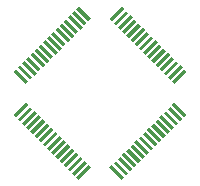
<source format=gbr>
G04 EAGLE Gerber RS-274X export*
G75*
%MOMM*%
%FSLAX34Y34*%
%LPD*%
%INSolderpaste Top*%
%IPPOS*%
%AMOC8*
5,1,8,0,0,1.08239X$1,22.5*%
G01*
%ADD10R,1.475000X0.300000*%


D10*
G36*
X339885Y124097D02*
X329456Y113668D01*
X327335Y115789D01*
X337764Y126218D01*
X339885Y124097D01*
G37*
G36*
X343420Y120561D02*
X332991Y110132D01*
X330870Y112253D01*
X341299Y122682D01*
X343420Y120561D01*
G37*
G36*
X346956Y117026D02*
X336527Y106597D01*
X334406Y108718D01*
X344835Y119147D01*
X346956Y117026D01*
G37*
G36*
X350491Y113490D02*
X340062Y103061D01*
X337941Y105182D01*
X348370Y115611D01*
X350491Y113490D01*
G37*
G36*
X354027Y109955D02*
X343598Y99526D01*
X341477Y101647D01*
X351906Y112076D01*
X354027Y109955D01*
G37*
G36*
X357562Y106419D02*
X347133Y95990D01*
X345012Y98111D01*
X355441Y108540D01*
X357562Y106419D01*
G37*
G36*
X361098Y102884D02*
X350669Y92455D01*
X348548Y94576D01*
X358977Y105005D01*
X361098Y102884D01*
G37*
G36*
X364633Y99348D02*
X354204Y88919D01*
X352083Y91040D01*
X362512Y101469D01*
X364633Y99348D01*
G37*
G36*
X368169Y95812D02*
X357740Y85383D01*
X355619Y87504D01*
X366048Y97933D01*
X368169Y95812D01*
G37*
G36*
X371705Y92277D02*
X361276Y81848D01*
X359155Y83969D01*
X369584Y94398D01*
X371705Y92277D01*
G37*
G36*
X375240Y88741D02*
X364811Y78312D01*
X362690Y80433D01*
X373119Y90862D01*
X375240Y88741D01*
G37*
G36*
X378776Y85206D02*
X368347Y74777D01*
X366226Y76898D01*
X376655Y87327D01*
X378776Y85206D01*
G37*
G36*
X382311Y81670D02*
X371882Y71241D01*
X369761Y73362D01*
X380190Y83791D01*
X382311Y81670D01*
G37*
G36*
X385847Y78135D02*
X375418Y67706D01*
X373297Y69827D01*
X383726Y80256D01*
X385847Y78135D01*
G37*
G36*
X389382Y74599D02*
X378953Y64170D01*
X376832Y66291D01*
X387261Y76720D01*
X389382Y74599D01*
G37*
G36*
X392918Y71064D02*
X382489Y60635D01*
X380368Y62756D01*
X390797Y73185D01*
X392918Y71064D01*
G37*
G36*
X410603Y73185D02*
X421032Y62756D01*
X418911Y60635D01*
X408482Y71064D01*
X410603Y73185D01*
G37*
G36*
X414139Y76720D02*
X424568Y66291D01*
X422447Y64170D01*
X412018Y74599D01*
X414139Y76720D01*
G37*
G36*
X417674Y80256D02*
X428103Y69827D01*
X425982Y67706D01*
X415553Y78135D01*
X417674Y80256D01*
G37*
G36*
X421210Y83791D02*
X431639Y73362D01*
X429518Y71241D01*
X419089Y81670D01*
X421210Y83791D01*
G37*
G36*
X424745Y87327D02*
X435174Y76898D01*
X433053Y74777D01*
X422624Y85206D01*
X424745Y87327D01*
G37*
G36*
X428281Y90862D02*
X438710Y80433D01*
X436589Y78312D01*
X426160Y88741D01*
X428281Y90862D01*
G37*
G36*
X431816Y94398D02*
X442245Y83969D01*
X440124Y81848D01*
X429695Y92277D01*
X431816Y94398D01*
G37*
G36*
X435352Y97933D02*
X445781Y87504D01*
X443660Y85383D01*
X433231Y95812D01*
X435352Y97933D01*
G37*
G36*
X438888Y101469D02*
X449317Y91040D01*
X447196Y88919D01*
X436767Y99348D01*
X438888Y101469D01*
G37*
G36*
X442423Y105005D02*
X452852Y94576D01*
X450731Y92455D01*
X440302Y102884D01*
X442423Y105005D01*
G37*
G36*
X445959Y108540D02*
X456388Y98111D01*
X454267Y95990D01*
X443838Y106419D01*
X445959Y108540D01*
G37*
G36*
X449494Y112076D02*
X459923Y101647D01*
X457802Y99526D01*
X447373Y109955D01*
X449494Y112076D01*
G37*
G36*
X453030Y115611D02*
X463459Y105182D01*
X461338Y103061D01*
X450909Y113490D01*
X453030Y115611D01*
G37*
G36*
X456565Y119147D02*
X466994Y108718D01*
X464873Y106597D01*
X454444Y117026D01*
X456565Y119147D01*
G37*
G36*
X460101Y122682D02*
X470530Y112253D01*
X468409Y110132D01*
X457980Y120561D01*
X460101Y122682D01*
G37*
G36*
X463636Y126218D02*
X474065Y115789D01*
X471944Y113668D01*
X461515Y124097D01*
X463636Y126218D01*
G37*
G36*
X474065Y152211D02*
X463636Y141782D01*
X461515Y143903D01*
X471944Y154332D01*
X474065Y152211D01*
G37*
G36*
X470530Y155747D02*
X460101Y145318D01*
X457980Y147439D01*
X468409Y157868D01*
X470530Y155747D01*
G37*
G36*
X466994Y159282D02*
X456565Y148853D01*
X454444Y150974D01*
X464873Y161403D01*
X466994Y159282D01*
G37*
G36*
X463459Y162818D02*
X453030Y152389D01*
X450909Y154510D01*
X461338Y164939D01*
X463459Y162818D01*
G37*
G36*
X459923Y166353D02*
X449494Y155924D01*
X447373Y158045D01*
X457802Y168474D01*
X459923Y166353D01*
G37*
G36*
X456388Y169889D02*
X445959Y159460D01*
X443838Y161581D01*
X454267Y172010D01*
X456388Y169889D01*
G37*
G36*
X452852Y173424D02*
X442423Y162995D01*
X440302Y165116D01*
X450731Y175545D01*
X452852Y173424D01*
G37*
G36*
X449317Y176960D02*
X438888Y166531D01*
X436767Y168652D01*
X447196Y179081D01*
X449317Y176960D01*
G37*
G36*
X445781Y180496D02*
X435352Y170067D01*
X433231Y172188D01*
X443660Y182617D01*
X445781Y180496D01*
G37*
G36*
X442245Y184031D02*
X431816Y173602D01*
X429695Y175723D01*
X440124Y186152D01*
X442245Y184031D01*
G37*
G36*
X438710Y187567D02*
X428281Y177138D01*
X426160Y179259D01*
X436589Y189688D01*
X438710Y187567D01*
G37*
G36*
X435174Y191102D02*
X424745Y180673D01*
X422624Y182794D01*
X433053Y193223D01*
X435174Y191102D01*
G37*
G36*
X431639Y194638D02*
X421210Y184209D01*
X419089Y186330D01*
X429518Y196759D01*
X431639Y194638D01*
G37*
G36*
X428103Y198173D02*
X417674Y187744D01*
X415553Y189865D01*
X425982Y200294D01*
X428103Y198173D01*
G37*
G36*
X424568Y201709D02*
X414139Y191280D01*
X412018Y193401D01*
X422447Y203830D01*
X424568Y201709D01*
G37*
G36*
X421032Y205244D02*
X410603Y194815D01*
X408482Y196936D01*
X418911Y207365D01*
X421032Y205244D01*
G37*
G36*
X382489Y207365D02*
X392918Y196936D01*
X390797Y194815D01*
X380368Y205244D01*
X382489Y207365D01*
G37*
G36*
X378953Y203830D02*
X389382Y193401D01*
X387261Y191280D01*
X376832Y201709D01*
X378953Y203830D01*
G37*
G36*
X375418Y200294D02*
X385847Y189865D01*
X383726Y187744D01*
X373297Y198173D01*
X375418Y200294D01*
G37*
G36*
X371882Y196759D02*
X382311Y186330D01*
X380190Y184209D01*
X369761Y194638D01*
X371882Y196759D01*
G37*
G36*
X368347Y193223D02*
X378776Y182794D01*
X376655Y180673D01*
X366226Y191102D01*
X368347Y193223D01*
G37*
G36*
X364811Y189688D02*
X375240Y179259D01*
X373119Y177138D01*
X362690Y187567D01*
X364811Y189688D01*
G37*
G36*
X361276Y186152D02*
X371705Y175723D01*
X369584Y173602D01*
X359155Y184031D01*
X361276Y186152D01*
G37*
G36*
X357740Y182617D02*
X368169Y172188D01*
X366048Y170067D01*
X355619Y180496D01*
X357740Y182617D01*
G37*
G36*
X354204Y179081D02*
X364633Y168652D01*
X362512Y166531D01*
X352083Y176960D01*
X354204Y179081D01*
G37*
G36*
X350669Y175545D02*
X361098Y165116D01*
X358977Y162995D01*
X348548Y173424D01*
X350669Y175545D01*
G37*
G36*
X347133Y172010D02*
X357562Y161581D01*
X355441Y159460D01*
X345012Y169889D01*
X347133Y172010D01*
G37*
G36*
X343598Y168474D02*
X354027Y158045D01*
X351906Y155924D01*
X341477Y166353D01*
X343598Y168474D01*
G37*
G36*
X340062Y164939D02*
X350491Y154510D01*
X348370Y152389D01*
X337941Y162818D01*
X340062Y164939D01*
G37*
G36*
X336527Y161403D02*
X346956Y150974D01*
X344835Y148853D01*
X334406Y159282D01*
X336527Y161403D01*
G37*
G36*
X332991Y157868D02*
X343420Y147439D01*
X341299Y145318D01*
X330870Y155747D01*
X332991Y157868D01*
G37*
G36*
X329456Y154332D02*
X339885Y143903D01*
X337764Y141782D01*
X327335Y152211D01*
X329456Y154332D01*
G37*
M02*

</source>
